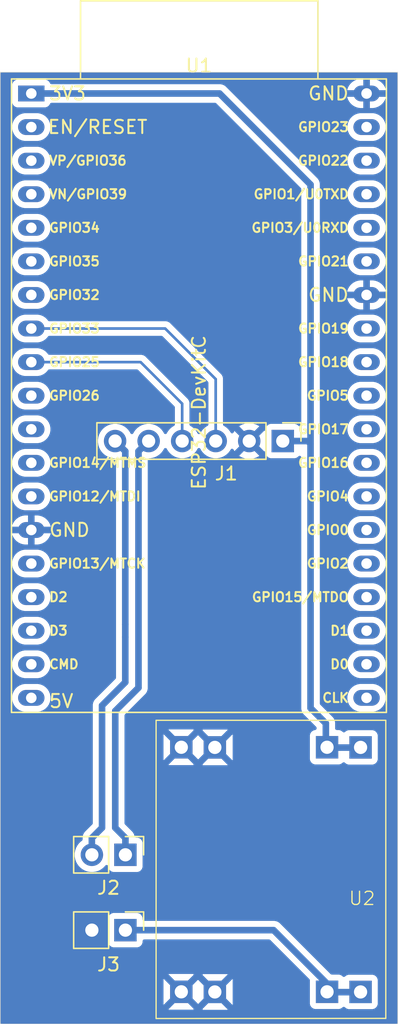
<source format=kicad_pcb>
(kicad_pcb (version 20241229) (generator "pcbnew") (generator_version "9.0")
  (layers (0 "F.Cu" signal) (2 "B.Cu" signal) (13 "F.Paste" user) (15 "B.Paste" user) (5 "F.SilkS" user "F.Silkscreen") (7 "B.SilkS" user "B.Silkscreen") (1 "F.Mask" user) (3 "B.Mask" user) (25 "Edge.Cuts" user))
  (net 0 "")
  (net 3 "GND")
  (net 4 "VDD")
  (net 33 "CAN_N")
  (net 34 "CAN_P")
  (net 35 "12V")
  (net 38 "CANTX_P")
  (net 39 "CANRX_N")
  (footprint "CUSTOM_MCU_DEVBOARD:ESP32-DevKitC" (layer "F.Cu") (at 121.045 99.10812)
    (property "Reference" "U1" (at 12.7 -2.1 0) (layer "F.SilkS"))
    (property "Value" "ESP32-DevKitC" (at 12.7 24.13 90) (layer "F.SilkS"))
    (fp_line (start -1.5 46.82) (end 26.899999 46.82) (stroke (width 0.12)) (layer "F.SilkS"))
    (fp_line (start -1.499999 -1.1) (end -1.5 46.82) (stroke (width 0.12)) (layer "F.SilkS"))
    (fp_line (start 3.73012 -7.01312) (end 21.71332 -7.01312) (stroke (width 0.12)) (layer "F.SilkS"))
    (fp_line (start 3.73012 -1.12032) (end 3.73012 -7.01312) (stroke (width 0.12)) (layer "F.SilkS"))
    (fp_line (start 21.71332 -7.01312) (end 21.71332 -1.12032) (stroke (width 0.12)) (layer "F.SilkS"))
    (fp_line (start 26.899999 46.82) (end 26.9 -1.1) (stroke (width 0.12)) (layer "F.SilkS"))
    (fp_line (start 26.9 -1.1) (end -1.499999 -1.1) (stroke (width 0.12)) (layer "F.SilkS"))
    (fp_text user "GPIO16" (at 24.13 27.94 0) (layer "F.SilkS") (effects (font (size 0.7 0.7)) (justify right)))
    (fp_text user "GPIO14/MTMS" (at 1.27 27.94 0) (layer "F.SilkS") (effects (font (size 0.7 0.7)) (justify left)))
    (fp_text user "GPIO15/MTDO" (at 24.13 38.1 0) (layer "F.SilkS") (effects (font (size 0.7 0.7)) (justify right)))
    (fp_text user "GPIO13/MTCK" (at 1.27 35.56 0) (layer "F.SilkS") (effects (font (size 0.7 0.7)) (justify left)))
    (fp_text user "GPIO33" (at 1.27 17.78 0) (layer "F.SilkS") (effects (font (size 0.7 0.7)) (justify left)))
    (fp_text user "EN/RESET" (at 8.88632 2.53728 0) (layer "F.SilkS") (effects (justify right)))
    (fp_text user "GND" (at 1.27 33.02 0) (layer "F.SilkS") (effects (justify left)))
    (fp_text user "D2" (at 1.27 38.1 0) (layer "F.SilkS") (effects (font (size 0.7 0.7)) (justify left)))
    (fp_text user "GPIO35" (at 1.27 12.7 0) (layer "F.SilkS") (effects (font (size 0.7 0.7)) (justify left)))
    (fp_text user "GPIO3/U0RXD" (at 24.13 10.16 0) (layer "F.SilkS") (effects (font (size 0.7 0.7)) (justify right)))
    (fp_text user "D3" (at 1.27 40.64 0) (layer "F.SilkS") (effects (font (size 0.7 0.7)) (justify left)))
    (fp_text user "GPIO32" (at 1.27 15.24 0) (layer "F.SilkS") (effects (font (size 0.7 0.7)) (justify left)))
    (fp_text user "GPIO21" (at 24.13 12.7 0) (layer "F.SilkS") (effects (font (size 0.7 0.7)) (justify right)))
    (fp_text user "GPIO22" (at 24.13 5.08 0) (layer "F.SilkS") (effects (font (size 0.7 0.7)) (justify right)))
    (fp_text user "CLK" (at 24.13 45.72 0) (layer "F.SilkS") (effects (font (size 0.7 0.7)) (justify right)))
    (fp_text user "GPIO34" (at 1.27 10.16 0) (layer "F.SilkS") (effects (font (size 0.7 0.7)) (justify left)))
    (fp_text user "GPIO2" (at 24.13 35.56 0) (layer "F.SilkS") (effects (font (size 0.7 0.7)) (justify right)))
    (fp_text user "GPIO23" (at 24.13 2.54 0) (layer "F.SilkS") (effects (font (size 0.7 0.7)) (justify right)))
    (fp_text user "GPIO26" (at 1.27 22.86 0) (layer "F.SilkS") (effects (font (size 0.7 0.7)) (justify left)))
    (fp_text user "D1" (at 24.13 40.64 0) (layer "F.SilkS") (effects (font (size 0.7 0.7)) (justify right)))
    (fp_text user "GPIO12/MTDI" (at 1.27 30.48 0) (layer "F.SilkS") (effects (font (size 0.7 0.7)) (justify left)))
    (fp_text user "VP/GPIO36" (at 1.27 5.08 0) (layer "F.SilkS") (effects (font (size 0.7 0.7)) (justify left)))
    (fp_text user "GPIO25" (at 1.27 20.32 0) (layer "F.SilkS") (effects (font (size 0.7 0.7)) (justify left)))
    (fp_text user "GPIO18" (at 24.13 20.32 0) (layer "F.SilkS") (effects (font (size 0.7 0.7)) (justify right)))
    (fp_text user "5V" (at 1.26632 45.97128 0) (layer "F.SilkS") (effects (justify left)))
    (fp_text user "VN/GPIO39" (at 1.27 7.62 0) (layer "F.SilkS") (effects (font (size 0.7 0.7)) (justify left)))
    (fp_text user "GND" (at 24.13 15.24 0) (layer "F.SilkS") (effects (justify right)))
    (fp_text user "D0" (at 24.13 43.18 0) (layer "F.SilkS") (effects (font (size 0.7 0.7)) (justify right)))
    (fp_text user "CMD" (at 1.27 43.18 0) (layer "F.SilkS") (effects (font (size 0.7 0.7)) (justify left)))
    (fp_text user "GPIO5" (at 24.13 22.86 0) (layer "F.SilkS") (effects (font (size 0.7 0.7)) (justify right)))
    (fp_text user "GND" (at 24.13 0 0) (layer "F.SilkS") (effects (justify right)))
    (fp_text user "GPIO19" (at 24.13 17.78 0) (layer "F.SilkS") (effects (font (size 0.7 0.7)) (justify right)))
    (fp_text user "3V3" (at 1.27 0 0) (layer "F.SilkS") (effects (justify left)))
    (fp_text user "GPIO17" (at 24.13 25.4 0) (layer "F.SilkS") (effects (font (size 0.7 0.7)) (justify right)))
    (fp_text user "GPIO4" (at 24.13 30.48 0) (layer "F.SilkS") (effects (font (size 0.7 0.7)) (justify right)))
    (fp_text user "GPIO0" (at 24.13 33.02 0) (layer "F.SilkS") (effects (font (size 0.7 0.7)) (justify right)))
    (fp_text user "GPIO1/U0TXD" (at 24.13 7.62 0) (layer "F.SilkS") (effects (font (size 0.7 0.7)) (justify right)))
    (pad "1" thru_hole rect (at 0 0 270) (size 1.2 2) (drill 0.8) (layers "*.Cu" "*.Mask") (net 4 "VDD"))
    (pad "2" thru_hole oval (at 0 2.54 270) (size 1.2 2) (drill 0.8) (layers "*.Cu" "*.Mask"))
    (pad "3" thru_hole oval (at 0 5.08 270) (size 1.2 2) (drill 0.8) (layers "*.Cu" "*.Mask"))
    (pad "4" thru_hole oval (at 0 7.62 270) (size 1.2 2) (drill 0.8) (layers "*.Cu" "*.Mask"))
    (pad "5" thru_hole oval (at 0 10.16 270) (size 1.2 2) (drill 0.8) (layers "*.Cu" "*.Mask"))
    (pad "6" thru_hole oval (at 0 12.7 270) (size 1.2 2) (drill 0.8) (layers "*.Cu" "*.Mask"))
    (pad "7" thru_hole oval (at 0 15.24 270) (size 1.2 2) (drill 0.8) (layers "*.Cu" "*.Mask"))
    (pad "8" thru_hole oval (at 0 17.78 270) (size 1.2 2) (drill 0.8) (layers "*.Cu" "*.Mask") (net 38 "CANTX_P"))
    (pad "9" thru_hole oval (at 0 20.32 270) (size 1.2 2) (drill 0.8) (layers "*.Cu" "*.Mask") (net 39 "CANRX_N"))
    (pad "10" thru_hole oval (at 0 22.86 270) (size 1.2 2) (drill 0.8) (layers "*.Cu" "*.Mask"))
    (pad "11" thru_hole oval (at 0 25.4 270) (size 1.2 2) (drill 0.8) (layers "*.Cu" "*.Mask"))
    (pad "12" thru_hole oval (at 0 27.94 270) (size 1.2 2) (drill 0.8) (layers "*.Cu" "*.Mask"))
    (pad "13" thru_hole oval (at 0 30.48 270) (size 1.2 2) (drill 0.8) (layers "*.Cu" "*.Mask"))
    (pad "14" thru_hole oval (at 0 33.02 270) (size 1.2 2) (drill 0.8) (layers "*.Cu" "*.Mask") (net 3 "GND"))
    (pad "15" thru_hole oval (at 0 35.56 270) (size 1.2 2) (drill 0.8) (layers "*.Cu" "*.Mask"))
    (pad "16" thru_hole oval (at 0 38.1 270) (size 1.2 2) (drill 0.8) (layers "*.Cu" "*.Mask"))
    (pad "17" thru_hole oval (at 0 40.64 270) (size 1.2 2) (drill 0.8) (layers "*.Cu" "*.Mask"))
    (pad "18" thru_hole oval (at 0 43.18 270) (size 1.2 2) (drill 0.8) (layers "*.Cu" "*.Mask"))
    (pad "19" thru_hole oval (at 0 45.72 270) (size 1.2 2) (drill 0.8) (layers "*.Cu" "*.Mask"))
    (pad "20" thru_hole oval (at 25.39632 45.71728 270) (size 1.2 2) (drill 0.8) (layers "*.Cu" "*.Mask"))
    (pad "21" thru_hole oval (at 25.39632 43.17728 270) (size 1.2 2) (drill 0.8) (layers "*.Cu" "*.Mask"))
    (pad "22" thru_hole oval (at 25.4 40.64 270) (size 1.2 2) (drill 0.8) (layers "*.Cu" "*.Mask"))
    (pad "23" thru_hole oval (at 25.4 38.1 270) (size 1.2 2) (drill 0.8) (layers "*.Cu" "*.Mask"))
    (pad "24" thru_hole oval (at 25.4 35.56 270) (size 1.2 2) (drill 0.8) (layers "*.Cu" "*.Mask"))
    (pad "25" thru_hole oval (at 25.4 33.02 270) (size 1.2 2) (drill 0.8) (layers "*.Cu" "*.Mask"))
    (pad "26" thru_hole oval (at 25.4 30.48 270) (size 1.2 2) (drill 0.8) (layers "*.Cu" "*.Mask"))
    (pad "27" thru_hole oval (at 25.4 27.94 270) (size 1.2 2) (drill 0.8) (layers "*.Cu" "*.Mask"))
    (pad "28" thru_hole oval (at 25.4 25.4 270) (size 1.2 2) (drill 0.8) (layers "*.Cu" "*.Mask"))
    (pad "29" thru_hole oval (at 25.4 22.86 270) (size 1.2 2) (drill 0.8) (layers "*.Cu" "*.Mask"))
    (pad "30" thru_hole oval (at 25.4 20.32 270) (size 1.2 2) (drill 0.8) (layers "*.Cu" "*.Mask"))
    (pad "31" thru_hole oval (at 25.4 17.78 270) (size 1.2 2) (drill 0.8) (layers "*.Cu" "*.Mask"))
    (pad "32" thru_hole oval (at 25.4 15.24 270) (size 1.2 2) (drill 0.8) (layers "*.Cu" "*.Mask") (net 3 "GND"))
    (pad "33" thru_hole oval (at 25.4 12.7 270) (size 1.2 2) (drill 0.8) (layers "*.Cu" "*.Mask"))
    (pad "34" thru_hole oval (at 25.4 10.16 270) (size 1.2 2) (drill 0.8) (layers "*.Cu" "*.Mask"))
    (pad "35" thru_hole oval (at 25.4 7.62 270) (size 1.2 2) (drill 0.8) (layers "*.Cu" "*.Mask"))
    (pad "36" thru_hole oval (at 25.4 5.08 270) (size 1.2 2) (drill 0.8) (layers "*.Cu" "*.Mask"))
    (pad "37" thru_hole oval (at 25.4 2.54 270) (size 1.2 2) (drill 0.8) (layers "*.Cu" "*.Mask"))
    (pad "38" thru_hole oval (at 25.4 0 270) (size 1.2 2) (drill 0.8) (layers "*.Cu" "*.Mask") (net 3 "GND"))
  )
  (footprint "Connector_PinHeader_2.54mm:PinHeader_1x02_P2.54mm_Vertical" (layer "F.Cu") (at 128.175 162.4 -90)
    (property "Reference" "J3" (at 2.6 1.275 180) (layer "F.SilkS"))
    (property "Value" "12V_RAIL")
    (fp_line (start -1.38 3.92) (end 1.38 3.92) (stroke (width 0.12)) (layer "F.SilkS"))
    (fp_line (start -1.38 1.27) (end -1.38 3.92) (stroke (width 0.12)) (layer "F.SilkS"))
    (fp_line (start -1.38 1.27) (end 1.38 1.27) (stroke (width 0.12)) (layer "F.SilkS"))
    (fp_line (start 1.38 1.27) (end 1.38 3.92) (stroke (width 0.12)) (layer "F.SilkS"))
    (fp_line (start -1.38 0) (end -1.38 -1.38) (stroke (width 0.12)) (layer "F.SilkS"))
    (fp_line (start -1.38 -1.38) (end 0 -1.38) (stroke (width 0.12)) (layer "F.SilkS"))
    (pad "1" thru_hole rect (at 0 0 270) (size 1.7 1.7) (drill 1) (layers "*.Cu" "*.Mask") (net 35 "12V"))
    (pad "2" thru_hole circle (at 0 2.54 270) (size 1.7 1.7) (drill 1) (layers "*.Cu" "*.Mask") (net 3 "GND"))
  )
  (footprint "CUSTOM_MODULES:MP1584EN_DCtoDC_REGULATOR" (layer "F.Cu") (at 147.9 169.075 90)
    (property "Reference" "U2" (at 9.075 -1.8 0) (layer "F.SilkS") (effects (font (thickness 0.1))))
    (property "Value" "~" (hide yes))
    (fp_line (start -0.01 -17.4) (end 22.55 -17.4) (stroke (width 0.1)) (layer "F.SilkS"))
    (fp_line (start 22.55 0) (end 22.55 -17.4) (stroke (width 0.1)) (layer "F.SilkS"))
    (fp_line (start 0 0) (end -0.01 -17.4) (stroke (width 0.1)) (layer "F.SilkS"))
    (fp_line (start 0 0) (end 22.55 0) (stroke (width 0.1)) (layer "F.SilkS"))
    (pad "1" thru_hole rect (at 2 -1.91 90) (size 1.7 1.7) (drill 1) (layers "*.Cu" "*.Mask") (net 35 "12V"))
    (pad "1" thru_hole rect (at 2.01 -4.45 90) (size 1.7 1.7) (drill 1) (layers "*.Cu" "*.Mask") (net 35 "12V"))
    (pad "2" thru_hole rect (at 2 -12.95 90) (size 1.7 1.7) (drill 1) (layers "*.Cu" "*.Mask") (net 3 "GND"))
    (pad "2" thru_hole rect (at 2.01 -15.49 90) (size 1.7 1.7) (drill 1) (layers "*.Cu" "*.Mask") (net 3 "GND"))
    (pad "2" thru_hole rect (at 20.5 -12.95 90) (size 1.7 1.7) (drill 1) (layers "*.Cu" "*.Mask") (net 3 "GND"))
    (pad "2" thru_hole rect (at 20.51 -15.49 90) (size 1.7 1.7) (drill 1) (layers "*.Cu" "*.Mask") (net 3 "GND"))
    (pad "3" thru_hole rect (at 20.5 -1.91 90) (size 1.7 1.7) (drill 1) (layers "*.Cu" "*.Mask") (net 4 "VDD"))
    (pad "3" thru_hole rect (at 20.51 -4.45 90) (size 1.7 1.7) (drill 1) (layers "*.Cu" "*.Mask") (net 4 "VDD"))
  )
  (footprint "Connector_PinHeader_2.54mm:PinHeader_1x02_P2.54mm_Vertical" (layer "F.Cu") (at 128.175 156.7 -90)
    (property "Reference" "J2" (at 2.5 1.275 180) (layer "F.SilkS"))
    (property "Value" "CAN_BUS")
    (fp_line (start -1.38 3.92) (end 1.38 3.92) (stroke (width 0.12)) (layer "F.SilkS"))
    (fp_line (start -1.38 1.27) (end -1.38 3.92) (stroke (width 0.12)) (layer "F.SilkS"))
    (fp_line (start -1.38 1.27) (end 1.38 1.27) (stroke (width 0.12)) (layer "F.SilkS"))
    (fp_line (start 1.38 1.27) (end 1.38 3.92) (stroke (width 0.12)) (layer "F.SilkS"))
    (fp_line (start -1.38 0) (end -1.38 -1.38) (stroke (width 0.12)) (layer "F.SilkS"))
    (fp_line (start -1.38 -1.38) (end 0 -1.38) (stroke (width 0.12)) (layer "F.SilkS"))
    (pad "1" thru_hole rect (at 0 0 270) (size 1.7 1.7) (drill 1) (layers "*.Cu" "*.Mask") (net 34 "CAN_P"))
    (pad "2" thru_hole circle (at 0 2.54 270) (size 1.7 1.7) (drill 1) (layers "*.Cu" "*.Mask") (net 33 "CAN_N"))
  )
  (footprint "Connector_PinHeader_2.54mm:PinHeader_1x06_P2.54mm_Vertical" (layer "F.Cu") (at 140.095 125.4 -90)
    (property "Reference" "J1" (at 2.46 4.28 0) (layer "F.SilkS"))
    (property "Value" "CAN_TXVER" (hide yes))
    (fp_line (start -1.38 14.08) (end 1.38 14.08) (stroke (width 0.12)) (layer "F.SilkS"))
    (fp_line (start -1.38 1.27) (end -1.38 14.08) (stroke (width 0.12)) (layer "F.SilkS"))
    (fp_line (start -1.38 1.27) (end 1.38 1.27) (stroke (width 0.12)) (layer "F.SilkS"))
    (fp_line (start 1.38 1.27) (end 1.38 14.08) (stroke (width 0.12)) (layer "F.SilkS"))
    (fp_line (start -1.38 0) (end -1.38 -1.38) (stroke (width 0.12)) (layer "F.SilkS"))
    (fp_line (start -1.38 -1.38) (end 0 -1.38) (stroke (width 0.12)) (layer "F.SilkS"))
    (pad "1" thru_hole rect (at 0 0 270) (size 1.7 1.7) (drill 1) (layers "*.Cu" "*.Mask") (net 4 "VDD"))
    (pad "2" thru_hole circle (at 0 2.54 270) (size 1.7 1.7) (drill 1) (layers "*.Cu" "*.Mask") (net 3 "GND"))
    (pad "3" thru_hole circle (at 0 5.08 270) (size 1.7 1.7) (drill 1) (layers "*.Cu" "*.Mask") (net 38 "CANTX_P"))
    (pad "4" thru_hole circle (at 0 7.62 270) (size 1.7 1.7) (drill 1) (layers "*.Cu" "*.Mask") (net 39 "CANRX_N"))
    (pad "5" thru_hole circle (at 0 10.16 270) (size 1.7 1.7) (drill 1) (layers "*.Cu" "*.Mask") (net 34 "CAN_P"))
    (pad "6" thru_hole circle (at 0 12.7 270) (size 1.7 1.7) (drill 1) (layers "*.Cu" "*.Mask") (net 33 "CAN_N"))
  )
  (gr_line (start 118.7 98) (end 118.7 97.5) (stroke (width 0.05)) (layer "Edge.Cuts"))
  (gr_line (start 148.8 97.5) (end 148.8 169.5) (stroke (width 0.05)) (layer "Edge.Cuts"))
  (gr_line (start 148.3 97.5) (end 148.8 97.5) (stroke (width 0.05)) (layer "Edge.Cuts"))
  (gr_line (start 119.4 169.5) (end 148 169.5) (stroke (width 0.05)) (layer "Edge.Cuts"))
  (gr_line (start 118.7 169.5) (end 119.4 169.5) (stroke (width 0.05)) (layer "Edge.Cuts"))
  (gr_line (start 118.7 98) (end 118.7 169.5) (stroke (width 0.05)) (layer "Edge.Cuts"))
  (gr_line (start 118.7 97.5) (end 148.3 97.5) (stroke (width 0.05)) (layer "Edge.Cuts"))
  (gr_line (start 148 169.5) (end 148.8 169.5) (stroke (width 0.05)) (layer "Edge.Cuts"))
  (segment (start 140.095 125.4) (end 142 125.4) (width 0.5) (layer "B.Cu") (net 4))
  (segment (start 145.89 148.59) (end 145.9 148.6) (width 0.5) (layer "B.Cu") (net 4))
  (segment (start 142.2 145.6) (end 143.36 146.76) (width 0.5) (layer "B.Cu") (net 4))
  (segment (start 143.36 146.76) (end 143.36 148.59) (width 0.5) (layer "B.Cu") (net 4))
  (segment (start 143.495 148.805) (end 143.665 148.805) (width 0.2) (layer "B.Cu") (net 4))
  (segment (start 142.2 106) (end 135.30812 99.10812) (width 0.5) (layer "B.Cu") (net 4))
  (segment (start 143.36 148.59) (end 145.89 148.59) (width 0.5) (layer "B.Cu") (net 4))
  (segment (start 142 125.4) (end 142.2 125.6) (width 0.5) (layer "B.Cu") (net 4))
  (segment (start 146.195 148.805) (end 146.205 148.815) (width 0.5) (layer "B.Cu") (net 4))
  (segment (start 135.30812 99.10812) (end 121.045 99.10812) (width 0.5) (layer "B.Cu") (net 4))
  (segment (start 142.2 125.6) (end 142.2 106) (width 0.5) (layer "B.Cu") (net 4))
  (segment (start 142.2 145.6) (end 142.2 125.6) (width 0.5) (layer "B.Cu") (net 4))
  (segment (start 128.165 143.647892) (end 126.405 145.407892) (width 0.5) (layer "B.Cu") (net 33))
  (segment (start 127.395 125.4) (end 128.165 126.17) (width 0.5) (layer "B.Cu") (net 33))
  (segment (start 128.165 140.234939) (end 128.165 143.647892) (width 0.5) (layer "B.Cu") (net 33))
  (segment (start 125.635 155.424999) (end 125.635 156.7) (width 0.5) (layer "B.Cu") (net 33))
  (segment (start 126.405 154.654999) (end 125.635 155.424999) (width 0.5) (layer "B.Cu") (net 33))
  (segment (start 128.165 139.266216) (end 128.165 140.234939) (width 0.5) (layer "B.Cu") (net 33))
  (segment (start 126.405 145.407892) (end 126.405 154.654999) (width 0.5) (layer "B.Cu") (net 33))
  (segment (start 128.165 126.17) (end 128.165 139.266216) (width 0.5) (layer "B.Cu") (net 33))
  (segment (start 129.165 126.17) (end 129.165 144.062108) (width 0.5) (layer "B.Cu") (net 34))
  (segment (start 127.405 145.822108) (end 127.405 154.654999) (width 0.5) (layer "B.Cu") (net 34))
  (segment (start 129.935 125.4) (end 129.165 126.17) (width 0.5) (layer "B.Cu") (net 34))
  (segment (start 127.405 154.654999) (end 128.175 155.424999) (width 0.5) (layer "B.Cu") (net 34))
  (segment (start 128.175 155.424999) (end 128.175 156.7) (width 0.5) (layer "B.Cu") (net 34))
  (segment (start 129.165 144.062108) (end 127.405 145.822108) (width 0.5) (layer "B.Cu") (net 34))
  (segment (start 145.89 167.09) (end 145.9 167.1) (width 0.5) (layer "B.Cu") (net 35))
  (segment (start 128.175 162.4) (end 139.4 162.4) (width 0.5) (layer "B.Cu") (net 35))
  (segment (start 146.195 167.005) (end 146.205 167.015) (width 0.5) (layer "B.Cu") (net 35))
  (segment (start 139.4 162.4) (end 143.36 166.36) (width 0.5) (layer "B.Cu") (net 35))
  (segment (start 143.36 167.09) (end 145.89 167.09) (width 0.5) (layer "B.Cu") (net 35))
  (segment (start 143.36 166.36) (end 143.36 167.09) (width 0.5) (layer "B.Cu") (net 35))
  (segment (start 121.045 116.88812) (end 131.18812 116.88812) (width 0.2) (layer "B.Cu") (net 38))
  (segment (start 135.015 120.715) (end 135.015 125.4) (width 0.2) (layer "B.Cu") (net 38))
  (segment (start 131.18812 116.88812) (end 135.015 120.715) (width 0.2) (layer "B.Cu") (net 38))
  (segment (start 129.32812 119.42812) (end 132.475 122.575) (width 0.2) (layer "B.Cu") (net 39))
  (segment (start 132.475 122.575) (end 132.475 125.4) (width 0.2) (layer "B.Cu") (net 39))
  (segment (start 121.045 119.42812) (end 129.32812 119.42812) (width 0.2) (layer "B.Cu") (net 39))
  (zone (net 3) (net_name "GND") (layer "B.Cu") (connect_pads (clearance 0.45)) (min_thickness 0.25) (fill yes (thermal_gap 0.5) (thermal_bridge_width 0.5))
    (polygon (pts (xy 118.7 97.5) (xy 118.7 169.5) (xy 148.8 169.5) (xy 148.8 97.5)))
  )
)
</source>
